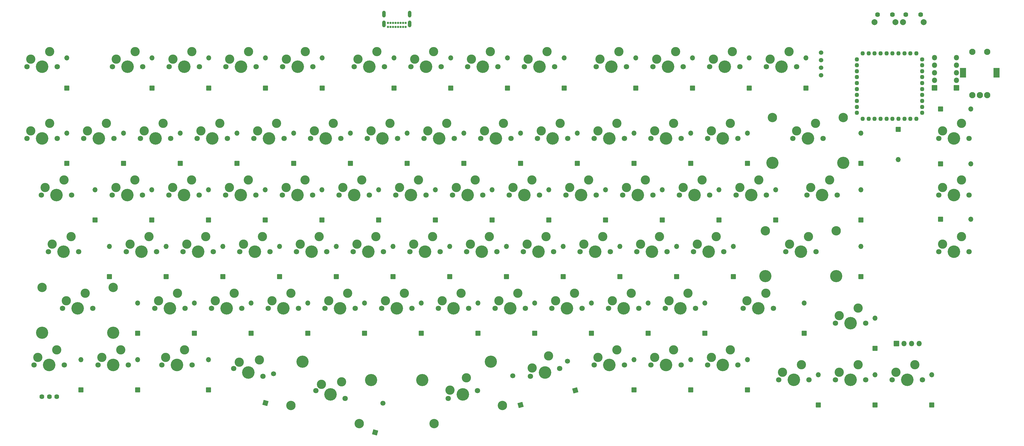
<source format=gbr>
%TF.GenerationSoftware,KiCad,Pcbnew,(6.0.7)*%
%TF.CreationDate,2022-09-18T02:02:10+02:00*%
%TF.ProjectId,Kanagawa_rgb_ansi_stamp,4b616e61-6761-4776-915f-7267625f616e,rev?*%
%TF.SameCoordinates,Original*%
%TF.FileFunction,Soldermask,Top*%
%TF.FilePolarity,Negative*%
%FSLAX46Y46*%
G04 Gerber Fmt 4.6, Leading zero omitted, Abs format (unit mm)*
G04 Created by KiCad (PCBNEW (6.0.7)) date 2022-09-18 02:02:10*
%MOMM*%
%LPD*%
G01*
G04 APERTURE LIST*
G04 Aperture macros list*
%AMRoundRect*
0 Rectangle with rounded corners*
0 $1 Rounding radius*
0 $2 $3 $4 $5 $6 $7 $8 $9 X,Y pos of 4 corners*
0 Add a 4 corners polygon primitive as box body*
4,1,4,$2,$3,$4,$5,$6,$7,$8,$9,$2,$3,0*
0 Add four circle primitives for the rounded corners*
1,1,$1+$1,$2,$3*
1,1,$1+$1,$4,$5*
1,1,$1+$1,$6,$7*
1,1,$1+$1,$8,$9*
0 Add four rect primitives between the rounded corners*
20,1,$1+$1,$2,$3,$4,$5,0*
20,1,$1+$1,$4,$5,$6,$7,0*
20,1,$1+$1,$6,$7,$8,$9,0*
20,1,$1+$1,$8,$9,$2,$3,0*%
%AMHorizOval*
0 Thick line with rounded ends*
0 $1 width*
0 $2 $3 position (X,Y) of the first rounded end (center of the circle)*
0 $4 $5 position (X,Y) of the second rounded end (center of the circle)*
0 Add line between two ends*
20,1,$1,$2,$3,$4,$5,0*
0 Add two circle primitives to create the rounded ends*
1,1,$1,$2,$3*
1,1,$1,$4,$5*%
G04 Aperture macros list end*
%ADD10C,4.200000*%
%ADD11C,1.800000*%
%ADD12C,3.100000*%
%ADD13RoundRect,0.050000X0.800000X-0.800000X0.800000X0.800000X-0.800000X0.800000X-0.800000X-0.800000X0*%
%ADD14O,1.700000X1.700000*%
%ADD15C,1.624000*%
%ADD16C,2.100000*%
%ADD17RoundRect,0.050000X1.000000X-1.600000X1.000000X1.600000X-1.000000X1.600000X-1.000000X-1.600000X0*%
%ADD18RoundRect,0.050000X-0.800000X-0.800000X0.800000X-0.800000X0.800000X0.800000X-0.800000X0.800000X0*%
%ADD19C,2.000000*%
%ADD20RoundRect,0.050000X0.979796X-0.565685X0.565685X0.979796X-0.979796X0.565685X-0.565685X-0.979796X0*%
%ADD21HorizOval,1.700000X0.000000X0.000000X0.000000X0.000000X0*%
%ADD22RoundRect,0.050000X0.850000X0.850000X-0.850000X0.850000X-0.850000X-0.850000X0.850000X-0.850000X0*%
%ADD23O,1.800000X1.800000*%
%ADD24C,4.100000*%
%ADD25C,3.150000*%
%ADD26RoundRect,0.050000X0.565685X-0.979796X0.979796X0.565685X-0.565685X0.979796X-0.979796X-0.565685X0*%
%ADD27HorizOval,1.700000X0.000000X0.000000X0.000000X0.000000X0*%
%ADD28C,1.497000*%
%ADD29RoundRect,0.050000X-0.850000X0.850000X-0.850000X-0.850000X0.850000X-0.850000X0.850000X0.850000X0*%
%ADD30RoundRect,0.050000X-0.800000X0.800000X-0.800000X-0.800000X0.800000X-0.800000X0.800000X0.800000X0*%
%ADD31C,0.750000*%
%ADD32O,1.208000X2.316000*%
%ADD33C,1.450000*%
%ADD34O,1.450000X1.450000*%
G04 APERTURE END LIST*
D10*
%TO.C,KD13*%
X364700000Y-96195000D03*
D11*
X369780000Y-96195000D03*
D12*
X367240000Y-91115000D03*
D11*
X359620000Y-96195000D03*
D12*
X360890000Y-93655000D03*
%TD*%
D13*
%TO.C,DA9*%
X257924800Y-79257500D03*
D14*
X257924800Y-69097500D03*
%TD*%
D13*
%TO.C,DD12*%
X333487300Y-142720000D03*
D14*
X333487300Y-132560000D03*
%TD*%
D15*
%TO.C,J4*%
X58430000Y-183090000D03*
X60930000Y-183090000D03*
X63430000Y-183090000D03*
%TD*%
D16*
%TO.C,SWA13*%
X370920000Y-81619997D03*
X375920000Y-81619997D03*
X373420000Y-81619997D03*
D17*
X367820000Y-74119997D03*
X379020000Y-74119997D03*
D16*
X375920000Y-67119997D03*
X370920000Y-67119997D03*
%TD*%
D12*
%TO.C,KA5*%
X170965000Y-67015000D03*
D10*
X168425000Y-72095000D03*
D12*
X164615000Y-69555000D03*
D11*
X173505000Y-72095000D03*
X163345000Y-72095000D03*
%TD*%
D13*
%TO.C,DB9*%
X238237300Y-104620000D03*
D14*
X238237300Y-94460000D03*
%TD*%
D11*
%TO.C,KF9*%
X282045000Y-172395000D03*
D12*
X283315000Y-169855000D03*
D10*
X287125000Y-172395000D03*
D11*
X292205000Y-172395000D03*
D12*
X289665000Y-167315000D03*
%TD*%
D13*
%TO.C,DF8*%
X276337300Y-180820000D03*
D14*
X276337300Y-170660000D03*
%TD*%
D10*
%TO.C,KC7*%
X201400000Y-115245000D03*
D11*
X196320000Y-115245000D03*
X206480000Y-115245000D03*
D12*
X203940000Y-110165000D03*
X197590000Y-112705000D03*
%TD*%
D13*
%TO.C,DC12*%
X304912300Y-123670000D03*
D14*
X304912300Y-113510000D03*
%TD*%
D18*
%TO.C,DD13*%
X360230000Y-86347300D03*
D14*
X370390000Y-86347300D03*
%TD*%
D12*
%TO.C,KE11*%
X295221250Y-150805000D03*
D11*
X293951250Y-153345000D03*
D10*
X299031250Y-153345000D03*
D11*
X304111250Y-153345000D03*
D12*
X301571250Y-148265000D03*
%TD*%
D15*
%TO.C,RSW0*%
X339070000Y-54580000D03*
X344070000Y-54580000D03*
D19*
X345070000Y-57080000D03*
X338070000Y-57080000D03*
%TD*%
D12*
%TO.C,KC9*%
X242040000Y-110165000D03*
D11*
X234420000Y-115245000D03*
D10*
X239500000Y-115245000D03*
D12*
X235690000Y-112705000D03*
D11*
X244580000Y-115245000D03*
%TD*%
D12*
%TO.C,KB9*%
X226165000Y-93655000D03*
D11*
X235055000Y-96195000D03*
X224895000Y-96195000D03*
D12*
X232515000Y-91115000D03*
D10*
X229975000Y-96195000D03*
%TD*%
D13*
%TO.C,DA2*%
X114474800Y-79257500D03*
D14*
X114474800Y-69097500D03*
%TD*%
D13*
%TO.C,DA11*%
X296024800Y-79257500D03*
D14*
X296024800Y-69097500D03*
%TD*%
D13*
%TO.C,DB12*%
X295387300Y-104620000D03*
D14*
X295387300Y-94460000D03*
%TD*%
D13*
%TO.C,DC6*%
X190612300Y-123670000D03*
D14*
X190612300Y-113510000D03*
%TD*%
D13*
%TO.C,DD8*%
X233474800Y-142720000D03*
D14*
X233474800Y-132560000D03*
%TD*%
D10*
%TO.C,KF3*%
X127748214Y-174943214D03*
D11*
X122841311Y-173628413D03*
X132655117Y-176258015D03*
D12*
X131516466Y-170693711D03*
X124725437Y-171503662D03*
%TD*%
D13*
%TO.C,DE4*%
X166799800Y-161770000D03*
D14*
X166799800Y-151610000D03*
%TD*%
D13*
%TO.C,DA1*%
X95424800Y-79257500D03*
D14*
X95424800Y-69097500D03*
%TD*%
D20*
%TO.C,DF5*%
X219187219Y-185873201D03*
D21*
X216557617Y-176059395D03*
%TD*%
D13*
%TO.C,DD7*%
X214424800Y-142720000D03*
D14*
X214424800Y-132560000D03*
%TD*%
D12*
%TO.C,KB0*%
X54715000Y-93655000D03*
D11*
X63605000Y-96195000D03*
D12*
X61065000Y-91115000D03*
D11*
X53445000Y-96195000D03*
D10*
X58525000Y-96195000D03*
%TD*%
D13*
%TO.C,DD1*%
X100124800Y-142720000D03*
D14*
X100124800Y-132560000D03*
%TD*%
D12*
%TO.C,KC2*%
X108690000Y-110165000D03*
X102340000Y-112705000D03*
D11*
X101070000Y-115245000D03*
X111230000Y-115245000D03*
D10*
X106150000Y-115245000D03*
%TD*%
%TO.C,KD7*%
X206162500Y-134295000D03*
D11*
X201082500Y-134295000D03*
X211242500Y-134295000D03*
D12*
X202352500Y-131755000D03*
X208702500Y-129215000D03*
%TD*%
D11*
%TO.C,KA7*%
X201445000Y-72095000D03*
D12*
X202715000Y-69555000D03*
D10*
X206525000Y-72095000D03*
D12*
X209065000Y-67015000D03*
D11*
X211605000Y-72095000D03*
%TD*%
D22*
%TO.C,J2*%
X365580000Y-79199996D03*
D23*
X365580000Y-76659996D03*
X365580000Y-74119996D03*
X365580000Y-71579996D03*
X365580000Y-69039996D03*
%TD*%
D11*
%TO.C,KC3*%
X130280000Y-115245000D03*
X120120000Y-115245000D03*
D12*
X127740000Y-110165000D03*
D10*
X125200000Y-115245000D03*
D12*
X121390000Y-112705000D03*
%TD*%
D13*
%TO.C,DA3*%
X133524800Y-79257500D03*
D14*
X133524800Y-69097500D03*
%TD*%
D13*
%TO.C,DF1*%
X90599800Y-180820000D03*
D14*
X90599800Y-170660000D03*
%TD*%
D13*
%TO.C,DF12*%
X357299800Y-185870000D03*
D14*
X357299800Y-175710000D03*
%TD*%
D13*
%TO.C,DE6*%
X204899800Y-161770000D03*
D14*
X204899800Y-151610000D03*
%TD*%
D11*
%TO.C,KA10*%
X263645000Y-72095000D03*
X273805000Y-72095000D03*
D12*
X264915000Y-69555000D03*
X271265000Y-67015000D03*
D10*
X268725000Y-72095000D03*
%TD*%
%TO.C,KC5*%
X163300000Y-115245000D03*
D12*
X159490000Y-112705000D03*
X165840000Y-110165000D03*
D11*
X168380000Y-115245000D03*
X158220000Y-115245000D03*
%TD*%
D13*
%TO.C,DA6*%
X195724800Y-79257500D03*
D14*
X195724800Y-69097500D03*
%TD*%
D13*
%TO.C,DC5*%
X171562300Y-123670000D03*
D14*
X171562300Y-113510000D03*
%TD*%
D13*
%TO.C,DA7*%
X214774800Y-79257500D03*
D14*
X214774800Y-69097500D03*
%TD*%
D12*
%TO.C,KF11*%
X326177500Y-174905000D03*
D11*
X324907500Y-177445000D03*
D12*
X332527500Y-172365000D03*
D11*
X335067500Y-177445000D03*
D10*
X329987500Y-177445000D03*
%TD*%
D12*
%TO.C,KE7*%
X218227500Y-148265000D03*
D11*
X220767500Y-153345000D03*
X210607500Y-153345000D03*
D12*
X211877500Y-150805000D03*
D10*
X215687500Y-153345000D03*
%TD*%
%TO.C,KF12*%
X349037500Y-177445000D03*
D12*
X345227500Y-174905000D03*
X351577500Y-172365000D03*
D11*
X343957500Y-177445000D03*
X354117500Y-177445000D03*
%TD*%
D13*
%TO.C,DC13*%
X333487300Y-123670000D03*
D14*
X333487300Y-113510000D03*
%TD*%
D13*
%TO.C,DD2*%
X119174800Y-142720000D03*
D14*
X119174800Y-132560000D03*
%TD*%
D10*
%TO.C,KE5*%
X177587500Y-153345000D03*
D11*
X182667500Y-153345000D03*
D12*
X173777500Y-150805000D03*
D11*
X172507500Y-153345000D03*
D12*
X180127500Y-148265000D03*
%TD*%
%TO.C,KB5*%
X156315000Y-91115000D03*
D11*
X158855000Y-96195000D03*
D10*
X153775000Y-96195000D03*
D11*
X148695000Y-96195000D03*
D12*
X149965000Y-93655000D03*
%TD*%
D13*
%TO.C,DE9*%
X262049800Y-161770000D03*
D14*
X262049800Y-151610000D03*
%TD*%
D13*
%TO.C,DF9*%
X295387300Y-180820000D03*
D14*
X295387300Y-170660000D03*
%TD*%
D12*
%TO.C,KD10*%
X265852500Y-129215000D03*
D10*
X263312500Y-134295000D03*
D12*
X259502500Y-131755000D03*
D11*
X268392500Y-134295000D03*
X258232500Y-134295000D03*
%TD*%
D13*
%TO.C,DC9*%
X247762300Y-123670000D03*
D14*
X247762300Y-113510000D03*
%TD*%
D11*
%TO.C,KA0*%
X53445000Y-72095000D03*
D12*
X61065000Y-67015000D03*
X54715000Y-69555000D03*
D11*
X63605000Y-72095000D03*
D10*
X58525000Y-72095000D03*
%TD*%
D13*
%TO.C,DB0*%
X66787300Y-104620000D03*
D14*
X66787300Y-94460000D03*
%TD*%
D11*
%TO.C,KD1*%
X86782500Y-134295000D03*
D10*
X91862500Y-134295000D03*
D12*
X88052500Y-131755000D03*
D11*
X96942500Y-134295000D03*
D12*
X94402500Y-129215000D03*
%TD*%
D11*
%TO.C,KB10*%
X243945000Y-96195000D03*
X254105000Y-96195000D03*
D12*
X245215000Y-93655000D03*
X251565000Y-91115000D03*
D10*
X249025000Y-96195000D03*
%TD*%
D12*
%TO.C,KC11*%
X273790000Y-112705000D03*
D11*
X272520000Y-115245000D03*
X282680000Y-115245000D03*
D12*
X280140000Y-110165000D03*
D10*
X277600000Y-115245000D03*
%TD*%
D13*
%TO.C,DC8*%
X228712300Y-123670000D03*
D14*
X228712300Y-113510000D03*
%TD*%
D12*
%TO.C,KF1*%
X78527500Y-169855000D03*
D11*
X87417500Y-172395000D03*
X77257500Y-172395000D03*
D10*
X82337500Y-172395000D03*
D12*
X84877500Y-167315000D03*
%TD*%
D10*
%TO.C,KE6*%
X196637500Y-153345000D03*
D12*
X192827500Y-150805000D03*
X199177500Y-148265000D03*
D11*
X191557500Y-153345000D03*
X201717500Y-153345000D03*
%TD*%
%TO.C,KA3*%
X130355000Y-72095000D03*
D10*
X125275000Y-72095000D03*
D12*
X121465000Y-69555000D03*
X127815000Y-67015000D03*
D11*
X120195000Y-72095000D03*
%TD*%
D13*
%TO.C,DD3*%
X138224800Y-142720000D03*
D14*
X138224800Y-132560000D03*
%TD*%
D13*
%TO.C,DE12*%
X338249800Y-166820000D03*
D14*
X338249800Y-156660000D03*
%TD*%
D11*
%TO.C,KE4*%
X163617500Y-153345000D03*
X153457500Y-153345000D03*
D12*
X161077500Y-148265000D03*
D10*
X158537500Y-153345000D03*
D12*
X154727500Y-150805000D03*
%TD*%
D13*
%TO.C,DC1*%
X95362300Y-123670000D03*
D14*
X95362300Y-113510000D03*
%TD*%
D11*
%TO.C,KD11*%
X287442500Y-134295000D03*
X277282500Y-134295000D03*
D10*
X282362500Y-134295000D03*
D12*
X278552500Y-131755000D03*
X284902500Y-129215000D03*
%TD*%
D13*
%TO.C,DD6*%
X195374800Y-142720000D03*
D14*
X195374800Y-132560000D03*
%TD*%
D11*
%TO.C,KD8*%
X220132500Y-134295000D03*
D10*
X225212500Y-134295000D03*
D12*
X227752500Y-129215000D03*
D11*
X230292500Y-134295000D03*
D12*
X221402500Y-131755000D03*
%TD*%
D11*
%TO.C,KF0*%
X55826250Y-172395000D03*
D12*
X57096250Y-169855000D03*
D11*
X65986250Y-172395000D03*
D10*
X60906250Y-172395000D03*
D12*
X63446250Y-167315000D03*
%TD*%
D13*
%TO.C,DB11*%
X276337300Y-104620000D03*
D14*
X276337300Y-94460000D03*
%TD*%
D10*
%TO.C,KE3*%
X139487500Y-153345000D03*
D12*
X135677500Y-150805000D03*
D11*
X134407500Y-153345000D03*
D12*
X142027500Y-148265000D03*
D11*
X144567500Y-153345000D03*
%TD*%
%TO.C,KF10*%
X305857500Y-177445000D03*
D10*
X310937500Y-177445000D03*
D12*
X313477500Y-172365000D03*
D11*
X316017500Y-177445000D03*
D12*
X307127500Y-174905000D03*
%TD*%
D13*
%TO.C,DE0*%
X90599800Y-161770000D03*
D14*
X90599800Y-151610000D03*
%TD*%
D13*
%TO.C,DE5*%
X185849800Y-161770000D03*
D14*
X185849800Y-151610000D03*
%TD*%
D13*
%TO.C,DA10*%
X276974800Y-79257500D03*
D14*
X276974800Y-69097500D03*
%TD*%
D13*
%TO.C,DD0*%
X81074800Y-142720000D03*
D14*
X81074800Y-132560000D03*
%TD*%
D13*
%TO.C,DC3*%
X133462300Y-123670000D03*
D14*
X133462300Y-113510000D03*
%TD*%
D13*
%TO.C,DF10*%
X319199800Y-185870000D03*
D14*
X319199800Y-175710000D03*
%TD*%
D22*
%TO.C,J3*%
X358255038Y-79199996D03*
D23*
X358255038Y-76659996D03*
X358255038Y-74119996D03*
X358255038Y-71579996D03*
X358255038Y-69039996D03*
%TD*%
D13*
%TO.C,DD4*%
X157274800Y-142720000D03*
D14*
X157274800Y-132560000D03*
%TD*%
D10*
%TO.C,KC0*%
X63287500Y-115245000D03*
D11*
X68367500Y-115245000D03*
D12*
X65827500Y-110165000D03*
X59477500Y-112705000D03*
D11*
X58207500Y-115245000D03*
%TD*%
D13*
%TO.C,DB13*%
X333487300Y-104620000D03*
D14*
X333487300Y-94460000D03*
%TD*%
D11*
%TO.C,KD6*%
X192192500Y-134295000D03*
D12*
X183302500Y-131755000D03*
D11*
X182032500Y-134295000D03*
D12*
X189652500Y-129215000D03*
D10*
X187112500Y-134295000D03*
%TD*%
%TO.C,KB2*%
X96625000Y-96195000D03*
D11*
X91545000Y-96195000D03*
D12*
X99165000Y-91115000D03*
D11*
X101705000Y-96195000D03*
D12*
X92815000Y-93655000D03*
%TD*%
%TO.C,KC4*%
X146790000Y-110165000D03*
D10*
X144250000Y-115245000D03*
D11*
X149330000Y-115245000D03*
X139170000Y-115245000D03*
D12*
X140440000Y-112705000D03*
%TD*%
D13*
%TO.C,DA0*%
X66774800Y-79257500D03*
D14*
X66774800Y-69097500D03*
%TD*%
D11*
%TO.C,KD0*%
X60588750Y-134295000D03*
D10*
X65668750Y-134295000D03*
D12*
X68208750Y-129215000D03*
X61858750Y-131755000D03*
D11*
X70748750Y-134295000D03*
%TD*%
D10*
%TO.C,KD3*%
X129962500Y-134295000D03*
D11*
X135042500Y-134295000D03*
D12*
X126152500Y-131755000D03*
X132502500Y-129215000D03*
D11*
X124882500Y-134295000D03*
%TD*%
D12*
%TO.C,KF5*%
X195487878Y-180871618D03*
D10*
X199825455Y-182338969D03*
D24*
X186199434Y-177464033D03*
X209188468Y-171304140D03*
D11*
X194918552Y-183653769D03*
D25*
X213132871Y-186024849D03*
D12*
X200964106Y-176774665D03*
D11*
X204732359Y-181024168D03*
D25*
X190143836Y-192184743D03*
%TD*%
D26*
%TO.C,DF4*%
X170350206Y-195080586D03*
D27*
X172979808Y-185266779D03*
%TD*%
D13*
%TO.C,DE10*%
X281099800Y-161770000D03*
D14*
X281099800Y-151610000D03*
%TD*%
D12*
%TO.C,KF8*%
X270615000Y-167315000D03*
X264265000Y-169855000D03*
D11*
X273155000Y-172395000D03*
D10*
X268075000Y-172395000D03*
D11*
X262995000Y-172395000D03*
%TD*%
D13*
%TO.C,DA4*%
X152574800Y-79257500D03*
D14*
X152574800Y-69097500D03*
%TD*%
D11*
%TO.C,KA11*%
X282695000Y-72095000D03*
X292855000Y-72095000D03*
D12*
X290315000Y-67015000D03*
X283965000Y-69555000D03*
D10*
X287775000Y-72095000D03*
%TD*%
D12*
%TO.C,KD5*%
X170602500Y-129215000D03*
X164252500Y-131755000D03*
D10*
X168062500Y-134295000D03*
D11*
X162982500Y-134295000D03*
X173142500Y-134295000D03*
%TD*%
D12*
%TO.C,KA9*%
X252215000Y-67015000D03*
D11*
X254755000Y-72095000D03*
X244595000Y-72095000D03*
D12*
X245865000Y-69555000D03*
D10*
X249675000Y-72095000D03*
%TD*%
D13*
%TO.C,DC4*%
X152512300Y-123670000D03*
D14*
X152512300Y-113510000D03*
%TD*%
D15*
%TO.C,RSW1*%
X348590000Y-54580000D03*
X353590000Y-54580000D03*
D19*
X354590000Y-57080000D03*
X347590000Y-57080000D03*
%TD*%
D10*
%TO.C,KE8*%
X234737500Y-153345000D03*
D11*
X239817500Y-153345000D03*
X229657500Y-153345000D03*
D12*
X230927500Y-150805000D03*
X237277500Y-148265000D03*
%TD*%
D11*
%TO.C,KB3*%
X120755000Y-96195000D03*
X110595000Y-96195000D03*
D12*
X118215000Y-91115000D03*
D10*
X115675000Y-96195000D03*
D12*
X111865000Y-93655000D03*
%TD*%
D13*
%TO.C,DE2*%
X128699800Y-161770000D03*
D14*
X128699800Y-151610000D03*
%TD*%
D13*
%TO.C,DD11*%
X290624800Y-142720000D03*
D14*
X290624800Y-132560000D03*
%TD*%
D11*
%TO.C,KC6*%
X187430000Y-115245000D03*
X177270000Y-115245000D03*
D12*
X178540000Y-112705000D03*
X184890000Y-110165000D03*
D10*
X182350000Y-115245000D03*
%TD*%
D11*
%TO.C,KB8*%
X205845000Y-96195000D03*
D10*
X210925000Y-96195000D03*
D12*
X213465000Y-91115000D03*
D11*
X216005000Y-96195000D03*
D12*
X207115000Y-93655000D03*
%TD*%
D13*
%TO.C,DF2*%
X114412300Y-180820000D03*
D14*
X114412300Y-170660000D03*
%TD*%
D11*
%TO.C,KA1*%
X92255000Y-72095000D03*
X82095000Y-72095000D03*
D12*
X83365000Y-69555000D03*
D10*
X87175000Y-72095000D03*
D12*
X89715000Y-67015000D03*
%TD*%
%TO.C,KA12*%
X309365000Y-67015000D03*
D11*
X301745000Y-72095000D03*
D10*
X306825000Y-72095000D03*
D11*
X311905000Y-72095000D03*
D12*
X303015000Y-69555000D03*
%TD*%
D13*
%TO.C,DF11*%
X338249800Y-185870000D03*
D14*
X338249800Y-175710000D03*
%TD*%
D11*
%TO.C,KA8*%
X220495000Y-72095000D03*
D12*
X228115000Y-67015000D03*
D11*
X230655000Y-72095000D03*
D10*
X225575000Y-72095000D03*
D12*
X221765000Y-69555000D03*
%TD*%
D13*
%TO.C,DF0*%
X71549800Y-180820000D03*
D14*
X71549800Y-170660000D03*
%TD*%
D11*
%TO.C,KE2*%
X125517500Y-153345000D03*
D12*
X122977500Y-148265000D03*
D10*
X120437500Y-153345000D03*
D12*
X116627500Y-150805000D03*
D11*
X115357500Y-153345000D03*
%TD*%
D13*
%TO.C,DB2*%
X104887300Y-104620000D03*
D14*
X104887300Y-94460000D03*
%TD*%
D13*
%TO.C,DF7*%
X257287300Y-180820000D03*
D14*
X257287300Y-170660000D03*
%TD*%
D28*
%TO.C,J1*%
X320100000Y-74955000D03*
X320100000Y-72415000D03*
X320100000Y-69875000D03*
X320100000Y-67335000D03*
%TD*%
D13*
%TO.C,DB4*%
X142987300Y-104620000D03*
D14*
X142987300Y-94460000D03*
%TD*%
D11*
%TO.C,KE13*%
X369780000Y-115245000D03*
D12*
X367240000Y-110165000D03*
D10*
X364700000Y-115245000D03*
D11*
X359620000Y-115245000D03*
D12*
X360890000Y-112705000D03*
%TD*%
D11*
%TO.C,KC8*%
X215370000Y-115245000D03*
D10*
X220450000Y-115245000D03*
D12*
X222990000Y-110165000D03*
D11*
X225530000Y-115245000D03*
D12*
X216640000Y-112705000D03*
%TD*%
D13*
%TO.C,DA5*%
X176674800Y-79257500D03*
D14*
X176674800Y-69097500D03*
%TD*%
D13*
%TO.C,DB10*%
X257287300Y-104620000D03*
D14*
X257287300Y-94460000D03*
%TD*%
D11*
%TO.C,KD4*%
X143932500Y-134295000D03*
X154092500Y-134295000D03*
D10*
X149012500Y-134295000D03*
D12*
X145202500Y-131755000D03*
X151552500Y-129215000D03*
%TD*%
D13*
%TO.C,DE1*%
X109649800Y-161770000D03*
D14*
X109649800Y-151610000D03*
%TD*%
D13*
%TO.C,DB5*%
X162037300Y-104620000D03*
D14*
X162037300Y-94460000D03*
%TD*%
D13*
%TO.C,DC0*%
X76312300Y-123670000D03*
D14*
X76312300Y-113510000D03*
%TD*%
D10*
%TO.C,KB11*%
X268075000Y-96195000D03*
D11*
X262995000Y-96195000D03*
D12*
X264265000Y-93655000D03*
X270615000Y-91115000D03*
D11*
X273155000Y-96195000D03*
%TD*%
D12*
%TO.C,KF7*%
X251565000Y-167315000D03*
X245215000Y-169855000D03*
D11*
X254105000Y-172395000D03*
X243945000Y-172395000D03*
D10*
X249025000Y-172395000D03*
%TD*%
D12*
%TO.C,KE0*%
X66621250Y-150805000D03*
D24*
X82331250Y-161585000D03*
D11*
X75511250Y-153345000D03*
X65351250Y-153345000D03*
D24*
X58531250Y-161585000D03*
D12*
X72971250Y-148265000D03*
D10*
X70431250Y-153345000D03*
D25*
X82331250Y-146345000D03*
X58531250Y-146345000D03*
%TD*%
D10*
%TO.C,KC1*%
X87100000Y-115245000D03*
D11*
X92180000Y-115245000D03*
D12*
X83290000Y-112705000D03*
X89640000Y-110165000D03*
D11*
X82020000Y-115245000D03*
%TD*%
D13*
%TO.C,DA12*%
X315074800Y-79257500D03*
D14*
X315074800Y-69097500D03*
%TD*%
D12*
%TO.C,KE1*%
X97577500Y-150805000D03*
D11*
X96307500Y-153345000D03*
D10*
X101387500Y-153345000D03*
D12*
X103927500Y-148265000D03*
D11*
X106467500Y-153345000D03*
%TD*%
D12*
%TO.C,KC13*%
X323002500Y-110165000D03*
D10*
X320462500Y-115245000D03*
D11*
X325542500Y-115245000D03*
X315382500Y-115245000D03*
D12*
X316652500Y-112705000D03*
%TD*%
D25*
%TO.C,KB13*%
X327600000Y-89195000D03*
D12*
X318240000Y-91115000D03*
X311890000Y-93655000D03*
D24*
X303800000Y-104435000D03*
D11*
X320780000Y-96195000D03*
D24*
X327600000Y-104435000D03*
D25*
X303800000Y-89195000D03*
D11*
X310620000Y-96195000D03*
D10*
X315700000Y-96195000D03*
%TD*%
D25*
%TO.C,KF4*%
X165031164Y-192184742D03*
D24*
X168975566Y-177464033D03*
D25*
X142042129Y-186024849D03*
D11*
X160256448Y-183653769D03*
D24*
X145986531Y-171304140D03*
D12*
X159117797Y-178089465D03*
D10*
X155349545Y-182338968D03*
D11*
X150442641Y-181024168D03*
D12*
X152326768Y-178899416D03*
%TD*%
%TO.C,KA4*%
X140515000Y-69555000D03*
X146865000Y-67015000D03*
D11*
X149405000Y-72095000D03*
D10*
X144325000Y-72095000D03*
D11*
X139245000Y-72095000D03*
%TD*%
D12*
%TO.C,KC12*%
X292840000Y-112705000D03*
D11*
X291570000Y-115245000D03*
D12*
X299190000Y-110165000D03*
D11*
X301730000Y-115245000D03*
D10*
X296650000Y-115245000D03*
%TD*%
D12*
%TO.C,KB12*%
X283315000Y-93655000D03*
D11*
X292205000Y-96195000D03*
D10*
X287125000Y-96195000D03*
D12*
X289665000Y-91115000D03*
D11*
X282045000Y-96195000D03*
%TD*%
%TO.C,KB4*%
X139805000Y-96195000D03*
D10*
X134725000Y-96195000D03*
D11*
X129645000Y-96195000D03*
D12*
X137265000Y-91115000D03*
X130915000Y-93655000D03*
%TD*%
D23*
%TO.C,J6*%
X353070000Y-165190000D03*
X350530000Y-165190000D03*
X347990000Y-165190000D03*
D29*
X345450000Y-165190000D03*
%TD*%
D10*
%TO.C,KB6*%
X172825000Y-96195000D03*
D11*
X177905000Y-96195000D03*
X167745000Y-96195000D03*
D12*
X175365000Y-91115000D03*
X169015000Y-93655000D03*
%TD*%
D13*
%TO.C,DB6*%
X181087300Y-104620000D03*
D14*
X181087300Y-94460000D03*
%TD*%
D26*
%TO.C,DF3*%
X133548432Y-185219580D03*
D27*
X136178034Y-175405773D03*
%TD*%
D11*
%TO.C,KA6*%
X182395000Y-72095000D03*
X192555000Y-72095000D03*
D12*
X190015000Y-67015000D03*
D10*
X187475000Y-72095000D03*
D12*
X183665000Y-69555000D03*
%TD*%
D11*
%TO.C,KA2*%
X101145000Y-72095000D03*
X111305000Y-72095000D03*
D12*
X102415000Y-69555000D03*
X108765000Y-67015000D03*
D10*
X106225000Y-72095000D03*
%TD*%
D13*
%TO.C,DE3*%
X147749800Y-161770000D03*
D14*
X147749800Y-151610000D03*
%TD*%
D30*
%TO.C,DA13*%
X346065200Y-93192500D03*
D14*
X346065200Y-103352500D03*
%TD*%
D13*
%TO.C,DB7*%
X200137300Y-104620000D03*
D14*
X200137300Y-94460000D03*
%TD*%
D11*
%TO.C,KF2*%
X108848750Y-172395000D03*
D12*
X106308750Y-167315000D03*
X99958750Y-169855000D03*
D11*
X98688750Y-172395000D03*
D10*
X103768750Y-172395000D03*
%TD*%
D11*
%TO.C,KD2*%
X115992500Y-134295000D03*
D10*
X110912500Y-134295000D03*
D12*
X113452500Y-129215000D03*
D11*
X105832500Y-134295000D03*
D12*
X107102500Y-131755000D03*
%TD*%
%TO.C,KF13*%
X360890000Y-131755000D03*
D10*
X364700000Y-134295000D03*
D11*
X359620000Y-134295000D03*
X369780000Y-134295000D03*
D12*
X367240000Y-129215000D03*
%TD*%
%TO.C,KB7*%
X194415000Y-91115000D03*
X188065000Y-93655000D03*
D11*
X186795000Y-96195000D03*
X196955000Y-96195000D03*
D10*
X191875000Y-96195000D03*
%TD*%
%TO.C,KE10*%
X272837500Y-153345000D03*
D12*
X275377500Y-148265000D03*
D11*
X277917500Y-153345000D03*
D12*
X269027500Y-150805000D03*
D11*
X267757500Y-153345000D03*
%TD*%
D13*
%TO.C,DE11*%
X314437300Y-161770000D03*
D14*
X314437300Y-151610000D03*
%TD*%
D13*
%TO.C,DA8*%
X233824800Y-79257500D03*
D14*
X233824800Y-69097500D03*
%TD*%
D13*
%TO.C,DD9*%
X252524800Y-142720000D03*
D14*
X252524800Y-132560000D03*
%TD*%
D13*
%TO.C,DE8*%
X242999800Y-161770000D03*
D14*
X242999800Y-151610000D03*
%TD*%
D11*
%TO.C,KB1*%
X82655000Y-96195000D03*
X72495000Y-96195000D03*
D12*
X73765000Y-93655000D03*
D10*
X77575000Y-96195000D03*
D12*
X80115000Y-91115000D03*
%TD*%
D18*
%TO.C,DF13*%
X360222500Y-123434800D03*
D14*
X370382500Y-123434800D03*
%TD*%
D13*
%TO.C,DC7*%
X209662300Y-123670000D03*
D14*
X209662300Y-113510000D03*
%TD*%
D18*
%TO.C,DE13*%
X360242500Y-104744800D03*
D14*
X370402500Y-104744800D03*
%TD*%
D12*
%TO.C,KD12*%
X309508750Y-131755000D03*
D24*
X325218750Y-142535000D03*
D12*
X315858750Y-129215000D03*
D10*
X313318750Y-134295000D03*
D24*
X301418750Y-142535000D03*
D25*
X325218750Y-127295000D03*
D11*
X318398750Y-134295000D03*
D25*
X301418750Y-127295000D03*
D11*
X308238750Y-134295000D03*
%TD*%
D13*
%TO.C,DB1*%
X85837300Y-104620000D03*
D14*
X85837300Y-94460000D03*
%TD*%
D13*
%TO.C,DD10*%
X271574800Y-142720000D03*
D14*
X271574800Y-132560000D03*
%TD*%
D13*
%TO.C,DD5*%
X176324800Y-142720000D03*
D14*
X176324800Y-132560000D03*
%TD*%
D13*
%TO.C,DB8*%
X219187300Y-104620000D03*
D14*
X219187300Y-94460000D03*
%TD*%
D20*
%TO.C,DF6*%
X237588106Y-180942698D03*
D21*
X234958504Y-171128892D03*
%TD*%
D12*
%TO.C,KE9*%
X256327500Y-148265000D03*
D11*
X248707500Y-153345000D03*
X258867500Y-153345000D03*
D12*
X249977500Y-150805000D03*
D10*
X253787500Y-153345000D03*
%TD*%
D13*
%TO.C,DE7*%
X223949800Y-161770000D03*
D14*
X223949800Y-151610000D03*
%TD*%
D12*
%TO.C,KC10*%
X261090000Y-110165000D03*
X254740000Y-112705000D03*
D11*
X263630000Y-115245000D03*
D10*
X258550000Y-115245000D03*
D11*
X253470000Y-115245000D03*
%TD*%
D10*
%TO.C,KE12*%
X329987500Y-158395000D03*
D12*
X332527500Y-153315000D03*
D11*
X324907500Y-158395000D03*
X335067500Y-158395000D03*
D12*
X326177500Y-155855000D03*
%TD*%
D13*
%TO.C,DC11*%
X285862300Y-123670000D03*
D14*
X285862300Y-113510000D03*
%TD*%
D13*
%TO.C,DB3*%
X123937300Y-104620000D03*
D14*
X123937300Y-94460000D03*
%TD*%
D13*
%TO.C,DC10*%
X266812300Y-123670000D03*
D14*
X266812300Y-113510000D03*
%TD*%
D12*
%TO.C,KD9*%
X246802500Y-129215000D03*
D11*
X249342500Y-134295000D03*
D10*
X244262500Y-134295000D03*
D11*
X239182500Y-134295000D03*
D12*
X240452500Y-131755000D03*
%TD*%
%TO.C,KF6*%
X223089208Y-173475863D03*
X228565437Y-169378911D03*
D10*
X227426786Y-174943214D03*
D11*
X232333689Y-173628413D03*
X222519883Y-176258015D03*
%TD*%
D13*
%TO.C,DC2*%
X114412300Y-123670000D03*
D14*
X114412300Y-113510000D03*
%TD*%
D31*
%TO.C,JUSB1*%
X174645000Y-58715000D03*
X175495000Y-58715000D03*
X176345000Y-58715000D03*
X177195000Y-58715000D03*
X178045000Y-58715000D03*
X178895000Y-58715000D03*
X179745000Y-58715000D03*
X180595000Y-58715000D03*
X180595000Y-57365000D03*
X179745000Y-57365000D03*
X178895000Y-57365000D03*
X178045000Y-57365000D03*
X177195000Y-57365000D03*
X176345000Y-57365000D03*
X175495000Y-57365000D03*
X174645000Y-57365000D03*
D32*
X173295000Y-57735000D03*
X181945000Y-57735000D03*
X181945000Y-54355000D03*
X173295000Y-54355000D03*
%TD*%
D33*
%TO.C,U0*%
X354100000Y-69600000D03*
D34*
X354100000Y-71600000D03*
X354100000Y-73600000D03*
X354100000Y-75600000D03*
X354100000Y-77600000D03*
X354100000Y-79600000D03*
X354100000Y-81600000D03*
X354100000Y-83600000D03*
X354100000Y-85600000D03*
X354100000Y-87600000D03*
X352100000Y-89600000D03*
X350100000Y-89600000D03*
X348100000Y-89600000D03*
X346100000Y-89600000D03*
X344100000Y-89600000D03*
X342100000Y-89600000D03*
X340100000Y-89600000D03*
X338100000Y-89600000D03*
X336100000Y-89600000D03*
X334100000Y-89600000D03*
X332100000Y-87600000D03*
X332100000Y-85600000D03*
X332100000Y-83600000D03*
X332100000Y-81600000D03*
X332100000Y-79600000D03*
X332100000Y-77600000D03*
X332100000Y-75600000D03*
X332100000Y-73600000D03*
X332100000Y-71600000D03*
X332100000Y-69600000D03*
X334100000Y-67600000D03*
X336100000Y-67600000D03*
X338100000Y-67600000D03*
X340100000Y-67600000D03*
X342100000Y-67600000D03*
X344100000Y-67600000D03*
X346100000Y-67600000D03*
X348100000Y-67600000D03*
X350100000Y-67600000D03*
X352100000Y-67600000D03*
%TD*%
M02*

</source>
